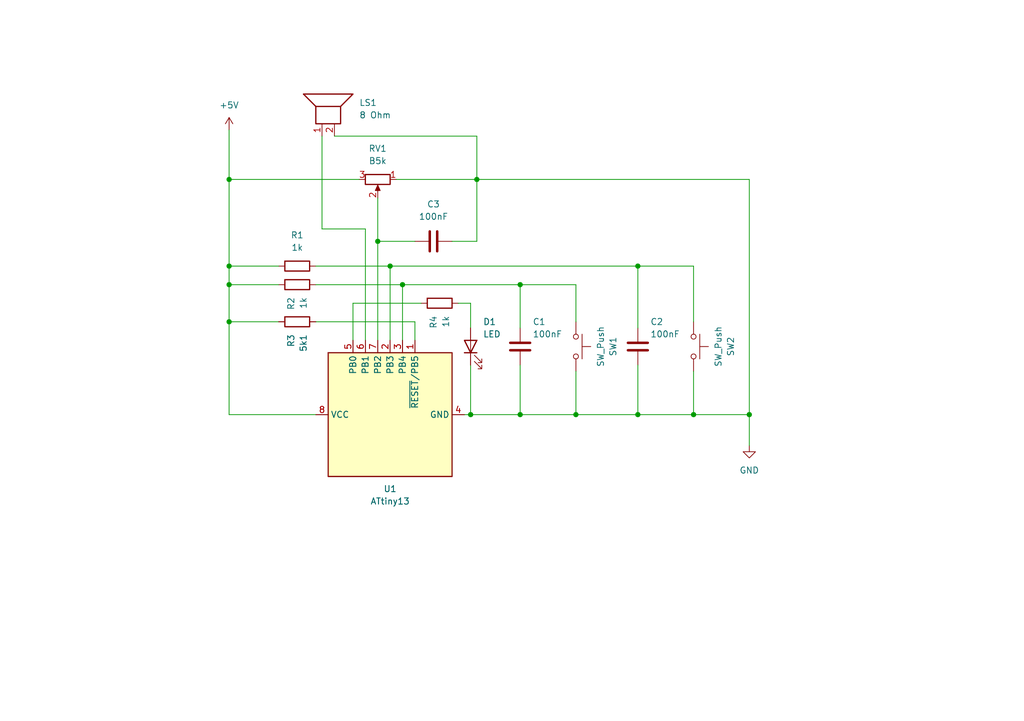
<source format=kicad_sch>
(kicad_sch (version 20230121) (generator eeschema)
  (paper "A5")
  (title_block (title "Simple metronome") (date "2024-01-29"))
  (lib_symbols
    (symbol "Device:C" (pin_numbers hide) (pin_names (offset 0.254))
      (property "Reference" "C" (at 0.635 2.54 0))
      (property "Value" "C" (at 0.635 -2.54 0))
      (symbol "C_0_1"
        (polyline (pts (xy -2.032 -0.762) (xy 2.032 -0.762)) (stroke (width 0.508)))
        (polyline (pts (xy -2.032 0.762) (xy 2.032 0.762)) (stroke (width 0.508)))
      )
      (symbol "C_1_1"
        (pin passive line (at 0 3.81 270) (length 2.794) (name "~") (number "1"))
        (pin passive line (at 0 -3.81 90) (length 2.794) (name "~") (number "2"))
      )
    )
    (symbol "Device:LED" (pin_numbers hide) (pin_names (offset 1.016) hide)
      (property "Reference" "D" (at 0 2.54 0))
      (property "Value" "LED" (at 0 -2.54 0))
      (symbol "LED_0_1"
        (polyline (pts (xy -1.27 -1.27) (xy -1.27 1.27)) (stroke (width 0.254)))
        (polyline (pts (xy -1.27 0) (xy 1.27 0)))
        (polyline (pts (xy 1.27 -1.27) (xy 1.27 1.27) (xy -1.27 0) (xy 1.27 -1.27)) (stroke (width 0.254)))
        (polyline (pts (xy -3.048 -0.762) (xy -4.572 -2.286) (xy -3.81 -2.286) (xy -4.572 -2.286) (xy -4.572 -1.524)))
        (polyline (pts (xy -1.778 -0.762) (xy -3.302 -2.286) (xy -2.54 -2.286) (xy -3.302 -2.286) (xy -3.302 -1.524)))
      )
      (symbol "LED_1_1"
        (pin passive line (at -3.81 0 0) (length 2.54) (name "K") (number "1"))
        (pin passive line (at 3.81 0 180) (length 2.54) (name "A") (number "2"))
      )
    )
    (symbol "Device:R" (pin_numbers hide) (pin_names (offset 0))
      (property "Reference" "R" (at 2.032 0 90))
      (property "Value" "R" (at 0 0 90))
      (symbol "R_0_1"
        (rectangle (start -1.016 -2.54) (end 1.016 2.54) (stroke (width 0.254)))
      )
      (symbol "R_1_1"
        (pin passive line (at 0 3.81 270) (length 1.27) (name "~") (number "1"))
        (pin passive line (at 0 -3.81 90) (length 1.27) (name "~") (number "2"))
      )
    )
    (symbol "Device:R_Potentiometer" (pin_names (offset 1.016) hide)
      (property "Reference" "RV" (at -4.445 0 90))
      (property "Value" "R_Potentiometer" (at -2.54 0 90))
      (symbol "R_Potentiometer_0_1"
        (polyline (pts (xy 2.54 0) (xy 1.524 0)))
        (polyline (pts (xy 1.143 0) (xy 2.286 0.508) (xy 2.286 -0.508) (xy 1.143 0)) (fill (type outline)))
        (rectangle (start 1.016 2.54) (end -1.016 -2.54) (stroke (width 0.254)))
      )
      (symbol "R_Potentiometer_1_1"
        (pin passive line (at 0 3.81 270) (length 1.27) (name "1") (number "1"))
        (pin passive line (at 3.81 0 180) (length 1.27) (name "2") (number "2"))
        (pin passive line (at 0 -3.81 90) (length 1.27) (name "3") (number "3"))
      )
    )
    (symbol "Device:Speaker" (pin_names (offset 0) hide)
      (property "Reference" "LS" (at 1.27 5.715 0))
      (property "Value" "Speaker" (at 1.27 3.81 0))
      (symbol "Speaker_0_0"
        (rectangle (start -2.54 1.27) (end 1.016 -3.81) (stroke (width 0.254)))
        (polyline (pts (xy 1.016 1.27) (xy 3.556 3.81) (xy 3.556 -6.35) (xy 1.016 -3.81)) (stroke (width 0.254)))
      )
      (symbol "Speaker_1_1"
        (pin input line (at -5.08 0 0) (length 2.54) (name "1") (number "1"))
        (pin input line (at -5.08 -2.54 0) (length 2.54) (name "2") (number "2"))
      )
    )
    (symbol "MCU_Microchip_ATtiny:ATtiny13A-P"
      (property "Reference" "U" (at -12.7 13.97 0))
      (property "Value" "ATtiny13A-P" (at 2.54 -13.97 0))
      (symbol "ATtiny13A-P_0_1"
        (rectangle (start -12.7 -12.7) (end 12.7 12.7) (stroke (width 0.254)) (fill (type background)))
      )
      (symbol "ATtiny13A-P_1_1"
        (pin bidirectional line (at 15.24 -5.08 180) (length 2.54) (name "~{RESET}/PB5") (number "1"))
        (pin bidirectional line (at 15.24 0 180) (length 2.54) (name "PB3") (number "2"))
        (pin bidirectional line (at 15.24 -2.54 180) (length 2.54) (name "PB4") (number "3"))
        (pin power_in line (at 0 -15.24 90) (length 2.54) (name "GND") (number "4"))
        (pin bidirectional line (at 15.24 7.62 180) (length 2.54) (name "PB0") (number "5"))
        (pin bidirectional line (at 15.24 5.08 180) (length 2.54) (name "PB1") (number "6"))
        (pin bidirectional line (at 15.24 2.54 180) (length 2.54) (name "PB2") (number "7"))
        (pin power_in line (at 0 15.24 270) (length 2.54) (name "VCC") (number "8"))
      )
    )
    (symbol "Switch:SW_Push" (pin_numbers hide) (pin_names (offset 1.016) hide)
      (property "Reference" "SW" (at 1.27 2.54 0))
      (property "Value" "SW_Push" (at 0 -1.524 0))
      (symbol "SW_Push_0_1"
        (circle (center -2.032 0) (radius 0.508))
        (polyline (pts (xy 0 1.27) (xy 0 3.048)))
        (polyline (pts (xy 2.54 1.27) (xy -2.54 1.27)))
        (circle (center 2.032 0) (radius 0.508))
        (pin passive line (at -5.08 0 0) (length 2.54) (name "1") (number "1"))
        (pin passive line (at 5.08 0 180) (length 2.54) (name "2") (number "2"))
      )
    )
    (symbol "power:+5V" (power) (pin_names (offset 0))
      (property "Value" "+5V" (at 0 3.556 0))
      (symbol "+5V_0_1"
        (polyline (pts (xy -0.762 1.27) (xy 0 2.54)))
        (polyline (pts (xy 0 0) (xy 0 2.54)))
        (polyline (pts (xy 0 2.54) (xy 0.762 1.27)))
      )
      (symbol "+5V_1_1"
        (pin power_in line (at 0 0 90) (length 0) hide (name "+5V") (number "1"))
      )
    )
    (symbol "power:GND" (power) (pin_names (offset 0))
      (property "Value" "GND" (at 0 -3.81 0))
      (symbol "GND_0_1"
        (polyline (pts (xy 0 0) (xy 0 -1.27) (xy 1.27 -1.27) (xy 0 -2.54) (xy -1.27 -1.27) (xy 0 -1.27)))
      )
      (symbol "GND_1_1"
        (pin power_in line (at 0 0 270) (length 0) hide (name "GND") (number "1"))
      )
    )
  )
  (junction (at 46.99 58.42))
  (junction (at 46.99 66.04))
  (junction (at 130.81 85.09))
  (junction (at 118.11 85.09))
  (junction (at 130.81 54.61))
  (junction (at 46.99 54.61))
  (junction (at 97.79 36.83))
  (junction (at 142.24 85.09))
  (junction (at 153.67 85.09))
  (junction (at 46.99 36.83))
  (junction (at 106.68 85.09))
  (junction (at 96.52 85.09))
  (junction (at 77.47 49.53))
  (junction (at 106.68 58.42))
  (junction (at 80.01 54.61))
  (junction (at 82.55 58.42))
  (wire (pts (xy 97.79 49.53) (xy 97.79 36.83)))
  (wire (pts (xy 74.93 69.85) (xy 74.93 46.99)))
  (wire (pts (xy 97.79 27.94) (xy 97.79 36.83)))
  (wire (pts (xy 97.79 36.83) (xy 153.67 36.83)))
  (wire (pts (xy 82.55 58.42) (xy 106.68 58.42)))
  (wire (pts (xy 72.39 62.23) (xy 72.39 69.85)))
  (wire (pts (xy 66.04 46.99) (xy 66.04 27.94)))
  (wire (pts (xy 46.99 85.09) (xy 46.99 66.04)))
  (wire (pts (xy 130.81 85.09) (xy 142.24 85.09)))
  (wire (pts (xy 106.68 85.09) (xy 118.11 85.09)))
  (wire (pts (xy 142.24 85.09) (xy 153.67 85.09)))
  (wire (pts (xy 64.77 54.61) (xy 80.01 54.61)))
  (wire (pts (xy 86.36 62.23) (xy 72.39 62.23)))
  (wire (pts (xy 46.99 66.04) (xy 57.15 66.04)))
  (wire (pts (xy 106.68 67.31) (xy 106.68 58.42)))
  (wire (pts (xy 80.01 54.61) (xy 80.01 69.85)))
  (wire (pts (xy 46.99 85.09) (xy 64.77 85.09)))
  (wire (pts (xy 95.25 85.09) (xy 96.52 85.09)))
  (wire (pts (xy 118.11 85.09) (xy 118.11 76.2)))
  (wire (pts (xy 96.52 85.09) (xy 106.68 85.09)))
  (wire (pts (xy 130.81 67.31) (xy 130.81 54.61)))
  (wire (pts (xy 46.99 54.61) (xy 57.15 54.61)))
  (wire (pts (xy 46.99 54.61) (xy 46.99 36.83)))
  (wire (pts (xy 46.99 58.42) (xy 46.99 54.61)))
  (wire (pts (xy 46.99 26.67) (xy 46.99 36.83)))
  (wire (pts (xy 77.47 49.53) (xy 85.09 49.53)))
  (wire (pts (xy 96.52 74.93) (xy 96.52 85.09)))
  (wire (pts (xy 153.67 91.44) (xy 153.67 85.09)))
  (wire (pts (xy 68.58 27.94) (xy 97.79 27.94)))
  (wire (pts (xy 82.55 69.85) (xy 82.55 58.42)))
  (wire (pts (xy 93.98 62.23) (xy 96.52 62.23)))
  (wire (pts (xy 85.09 69.85) (xy 85.09 66.04)))
  (wire (pts (xy 64.77 58.42) (xy 82.55 58.42)))
  (wire (pts (xy 96.52 62.23) (xy 96.52 67.31)))
  (wire (pts (xy 81.28 36.83) (xy 97.79 36.83)))
  (wire (pts (xy 46.99 58.42) (xy 57.15 58.42)))
  (wire (pts (xy 92.71 49.53) (xy 97.79 49.53)))
  (wire (pts (xy 118.11 85.09) (xy 130.81 85.09)))
  (wire (pts (xy 85.09 66.04) (xy 64.77 66.04)))
  (wire (pts (xy 74.93 46.99) (xy 66.04 46.99)))
  (wire (pts (xy 106.68 85.09) (xy 106.68 74.93)))
  (wire (pts (xy 73.66 36.83) (xy 46.99 36.83)))
  (wire (pts (xy 118.11 66.04) (xy 118.11 58.42)))
  (wire (pts (xy 46.99 66.04) (xy 46.99 58.42)))
  (wire (pts (xy 142.24 66.04) (xy 142.24 54.61)))
  (wire (pts (xy 77.47 49.53) (xy 77.47 40.64)))
  (wire (pts (xy 106.68 58.42) (xy 118.11 58.42)))
  (wire (pts (xy 77.47 69.85) (xy 77.47 49.53)))
  (wire (pts (xy 130.81 54.61) (xy 142.24 54.61)))
  (wire (pts (xy 142.24 85.09) (xy 142.24 76.2)))
  (wire (pts (xy 130.81 85.09) (xy 130.81 74.93)))
  (wire (pts (xy 153.67 36.83) (xy 153.67 85.09)))
  (wire (pts (xy 130.81 54.61) (xy 80.01 54.61)))
  (symbol (lib_id "Device:R") (at 60.96 58.42 270) (unit 1)
    (property "Reference" "1k" (at 62.23 60.96 0) (effects (justify left)))
    (property "Value" "R2" (at 59.69 60.96 0) (effects (justify left)))
  )
  (symbol (lib_id "Device:C") (at 88.9 49.53 270) (unit 1)
    (property "Reference" "C3" (at 88.9 41.91 90))
    (property "Value" "100nF" (at 88.9 44.45 90))
  )
  (symbol (lib_id "Device:R") (at 60.96 54.61 90) (unit 1)
    (property "Reference" "R1" (at 60.96 48.26 90))
    (property "Value" "1k" (at 60.96 50.8 90))
  )
  (symbol (lib_id "Device:R") (at 90.17 62.23 270) (unit 1)
    (property "Reference" "1k" (at 91.44 64.77 0) (effects (justify left)))
    (property "Value" "R4" (at 88.9 64.77 0) (effects (justify left)))
  )
  (symbol (lib_id "power:+5V") (at 46.99 26.67 0) (unit 1)
    (property "Reference" "#PWR01" (effects hide))
    (property "Value" "+5V" (at 46.99 21.59 0))
  )
  (symbol (lib_id "Switch:SW_Push") (at 118.11 71.12 270) (mirror x) (unit 1)
    (property "Reference" "SW1" (at 125.73 71.12 0))
    (property "Value" "SW_Push" (at 123.19 71.12 0))
  )
  (symbol (lib_id "Device:Speaker") (at 66.04 22.86 90) (unit 1)
    (property "Reference" "LS1" (at 73.66 21.082 90) (effects (justify right)))
    (property "Value" "8 Ohm" (at 73.66 23.622 90) (effects (justify right)))
  )
  (symbol (lib_id "Switch:SW_Push") (at 142.24 71.12 270) (mirror x) (unit 1)
    (property "Reference" "SW2" (at 149.86 71.12 0))
    (property "Value" "SW_Push" (at 147.32 71.12 0))
  )
  (symbol (lib_id "Device:R_Potentiometer") (at 77.47 36.83 270) (unit 1)
    (property "Reference" "RV1" (at 77.47 30.48 90))
    (property "Value" "B5k" (at 77.47 33.02 90))
  )
  (symbol (lib_id "power:GND") (at 153.67 91.44 0) (unit 1)
    (property "Reference" "#PWR02" (effects hide))
    (property "Value" "GND" (at 153.67 96.52 0))
  )
  (symbol (lib_id "Device:LED") (at 96.52 71.12 90) (unit 1)
    (property "Reference" "D1" (at 99.06 66.04 90) (effects (justify right)))
    (property "Value" "LED" (at 99.06 68.58 90) (effects (justify right)))
  )
  (symbol (lib_id "Device:C") (at 130.81 71.12 180) (unit 1)
    (property "Reference" "C2" (at 133.35 66.04 0) (effects (justify right)))
    (property "Value" "100nF" (at 133.35 68.58 0) (effects (justify right)))
  )
  (symbol (lib_id "MCU_Microchip_ATtiny:ATtiny13A-P") (at 80.01 85.09 90) (unit 1)
    (property "Reference" "U1" (at 80.01 100.33 90))
    (property "Value" "ATtiny13" (at 80.01 102.87 90))
    (property "Footprint" "Package_DIP:DIP-8_W7.62mm" (effects hide))
    (property "Datasheet" "http://ww1.microchip.com/downloads/en/DeviceDoc/doc8126.pdf" (effects hide))
  )
  (symbol (lib_id "Device:R") (at 60.96 66.04 270) (unit 1)
    (property "Reference" "5k1" (at 62.23 68.58 0) (effects (justify left)))
    (property "Value" "R3" (at 59.69 68.58 0) (effects (justify left)))
  )
  (symbol (lib_id "Device:C") (at 106.68 71.12 180) (unit 1)
    (property "Reference" "C1" (at 109.22 66.04 0) (effects (justify right)))
    (property "Value" "100nF" (at 109.22 68.58 0) (effects (justify right)))
  )
)
</source>
